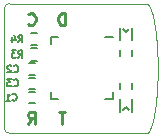
<source format=gbo>
G04 #@! TF.FileFunction,Legend,Bot*
%FSLAX46Y46*%
G04 Gerber Fmt 4.6, Leading zero omitted, Abs format (unit mm)*
G04 Created by KiCad (PCBNEW 4.0.7) date Fri Feb  2 17:45:02 2018*
%MOMM*%
%LPD*%
G01*
G04 APERTURE LIST*
%ADD10C,0.350000*%
%ADD11C,0.250000*%
%ADD12C,0.050000*%
%ADD13C,0.150000*%
G04 APERTURE END LIST*
D10*
D11*
X22161905Y-19827381D02*
X22161905Y-18827381D01*
X21923810Y-18827381D01*
X21780952Y-18875000D01*
X21685714Y-18970238D01*
X21638095Y-19065476D01*
X21590476Y-19255952D01*
X21590476Y-19398810D01*
X21638095Y-19589286D01*
X21685714Y-19684524D01*
X21780952Y-19779762D01*
X21923810Y-19827381D01*
X22161905Y-19827381D01*
X19040476Y-19732143D02*
X19088095Y-19779762D01*
X19230952Y-19827381D01*
X19326190Y-19827381D01*
X19469048Y-19779762D01*
X19564286Y-19684524D01*
X19611905Y-19589286D01*
X19659524Y-19398810D01*
X19659524Y-19255952D01*
X19611905Y-19065476D01*
X19564286Y-18970238D01*
X19469048Y-18875000D01*
X19326190Y-18827381D01*
X19230952Y-18827381D01*
X19088095Y-18875000D01*
X19040476Y-18922619D01*
X22185714Y-27177381D02*
X21614285Y-27177381D01*
X21900000Y-28177381D02*
X21900000Y-27177381D01*
X19040476Y-28177381D02*
X19373810Y-27701190D01*
X19611905Y-28177381D02*
X19611905Y-27177381D01*
X19230952Y-27177381D01*
X19135714Y-27225000D01*
X19088095Y-27272619D01*
X19040476Y-27367857D01*
X19040476Y-27510714D01*
X19088095Y-27605952D01*
X19135714Y-27653571D01*
X19230952Y-27701190D01*
X19611905Y-27701190D01*
D12*
X17450000Y-18000000D02*
G75*
G03X17000000Y-18470000I10000J-460000D01*
G01*
X17000000Y-28550000D02*
G75*
G03X17470000Y-29000000I460000J10000D01*
G01*
X17000000Y-18480000D02*
X17000000Y-28530000D01*
X29000000Y-18000000D02*
X17460000Y-18000000D01*
X17460000Y-29000000D02*
X29000000Y-29000000D01*
X30000000Y-23500000D02*
X30000000Y-23370000D01*
X30000000Y-23370000D02*
X30000000Y-23230000D01*
X30000000Y-23230000D02*
X30000000Y-23100000D01*
X30000000Y-23100000D02*
X30000000Y-22960000D01*
X30000000Y-22960000D02*
X29990000Y-22830000D01*
X29990000Y-22830000D02*
X29990000Y-22690000D01*
X29990000Y-22690000D02*
X29990000Y-22560000D01*
X29990000Y-22560000D02*
X29980000Y-22430000D01*
X29980000Y-22430000D02*
X29980000Y-22290000D01*
X29980000Y-22290000D02*
X29970000Y-22160000D01*
X29970000Y-22160000D02*
X29960000Y-22030000D01*
X29960000Y-22030000D02*
X29960000Y-21900000D01*
X29960000Y-21900000D02*
X29950000Y-21770000D01*
X29950000Y-21770000D02*
X29940000Y-21650000D01*
X29940000Y-21650000D02*
X29930000Y-21520000D01*
X29930000Y-21520000D02*
X29920000Y-21400000D01*
X29920000Y-21400000D02*
X29910000Y-21270000D01*
X29910000Y-21270000D02*
X29900000Y-21150000D01*
X29900000Y-21150000D02*
X29890000Y-21030000D01*
X29890000Y-21030000D02*
X29880000Y-20910000D01*
X29880000Y-20910000D02*
X29870000Y-20790000D01*
X29870000Y-20790000D02*
X29860000Y-20670000D01*
X29860000Y-20670000D02*
X29840000Y-20560000D01*
X29840000Y-20560000D02*
X29830000Y-20440000D01*
X29830000Y-20440000D02*
X29820000Y-20330000D01*
X29820000Y-20330000D02*
X29800000Y-20220000D01*
X29800000Y-20220000D02*
X29790000Y-20120000D01*
X29790000Y-20120000D02*
X29770000Y-20010000D01*
X29770000Y-20010000D02*
X29760000Y-19910000D01*
X29760000Y-19910000D02*
X29740000Y-19810000D01*
X29740000Y-19810000D02*
X29720000Y-19710000D01*
X29720000Y-19710000D02*
X29710000Y-19610000D01*
X29710000Y-19610000D02*
X29690000Y-19520000D01*
X29690000Y-19520000D02*
X29670000Y-19420000D01*
X29670000Y-19420000D02*
X29650000Y-19340000D01*
X29650000Y-19340000D02*
X29630000Y-19250000D01*
X29630000Y-19250000D02*
X29620000Y-19160000D01*
X29620000Y-19160000D02*
X29600000Y-19080000D01*
X29600000Y-19080000D02*
X29580000Y-19000000D01*
X29580000Y-19000000D02*
X29560000Y-18930000D01*
X29560000Y-18930000D02*
X29530000Y-18850000D01*
X29530000Y-18850000D02*
X29510000Y-18780000D01*
X29510000Y-18780000D02*
X29490000Y-18710000D01*
X29490000Y-18710000D02*
X29470000Y-18650000D01*
X29470000Y-18650000D02*
X29450000Y-18590000D01*
X29450000Y-18590000D02*
X29430000Y-18530000D01*
X29430000Y-18530000D02*
X29410000Y-18470000D01*
X29410000Y-18470000D02*
X29380000Y-18420000D01*
X29380000Y-18420000D02*
X29360000Y-18370000D01*
X29360000Y-18370000D02*
X29340000Y-18320000D01*
X29340000Y-18320000D02*
X29310000Y-18280000D01*
X29310000Y-18280000D02*
X29290000Y-18240000D01*
X29290000Y-18240000D02*
X29270000Y-18200000D01*
X29270000Y-18200000D02*
X29240000Y-18160000D01*
X29240000Y-18160000D02*
X29220000Y-18130000D01*
X29220000Y-18130000D02*
X29200000Y-18110000D01*
X29200000Y-18110000D02*
X29170000Y-18080000D01*
X29170000Y-18080000D02*
X29150000Y-18060000D01*
X29150000Y-18060000D02*
X29120000Y-18040000D01*
X29120000Y-18040000D02*
X29100000Y-18030000D01*
X29100000Y-18030000D02*
X29070000Y-18010000D01*
X29070000Y-18010000D02*
X29050000Y-18010000D01*
X29050000Y-18010000D02*
X29020000Y-18000000D01*
X29020000Y-18000000D02*
X29000000Y-18000000D01*
X29000000Y-29000000D02*
X29020000Y-29000000D01*
X29020000Y-29000000D02*
X29050000Y-28990000D01*
X29050000Y-28990000D02*
X29070000Y-28990000D01*
X29070000Y-28990000D02*
X29100000Y-28970000D01*
X29100000Y-28970000D02*
X29120000Y-28960000D01*
X29120000Y-28960000D02*
X29150000Y-28940000D01*
X29150000Y-28940000D02*
X29170000Y-28920000D01*
X29170000Y-28920000D02*
X29200000Y-28890000D01*
X29200000Y-28890000D02*
X29220000Y-28870000D01*
X29220000Y-28870000D02*
X29240000Y-28840000D01*
X29240000Y-28840000D02*
X29270000Y-28800000D01*
X29270000Y-28800000D02*
X29290000Y-28760000D01*
X29290000Y-28760000D02*
X29310000Y-28720000D01*
X29310000Y-28720000D02*
X29340000Y-28680000D01*
X29340000Y-28680000D02*
X29360000Y-28630000D01*
X29360000Y-28630000D02*
X29380000Y-28580000D01*
X29380000Y-28580000D02*
X29410000Y-28530000D01*
X29410000Y-28530000D02*
X29430000Y-28470000D01*
X29430000Y-28470000D02*
X29450000Y-28410000D01*
X29450000Y-28410000D02*
X29470000Y-28350000D01*
X29470000Y-28350000D02*
X29490000Y-28290000D01*
X29490000Y-28290000D02*
X29510000Y-28220000D01*
X29510000Y-28220000D02*
X29530000Y-28150000D01*
X29530000Y-28150000D02*
X29560000Y-28070000D01*
X29560000Y-28070000D02*
X29580000Y-28000000D01*
X29580000Y-28000000D02*
X29600000Y-27920000D01*
X29600000Y-27920000D02*
X29620000Y-27840000D01*
X29620000Y-27840000D02*
X29630000Y-27750000D01*
X29630000Y-27750000D02*
X29650000Y-27660000D01*
X29650000Y-27660000D02*
X29670000Y-27580000D01*
X29670000Y-27580000D02*
X29690000Y-27480000D01*
X29690000Y-27480000D02*
X29710000Y-27390000D01*
X29710000Y-27390000D02*
X29720000Y-27290000D01*
X29720000Y-27290000D02*
X29740000Y-27190000D01*
X29740000Y-27190000D02*
X29760000Y-27090000D01*
X29760000Y-27090000D02*
X29770000Y-26990000D01*
X29770000Y-26990000D02*
X29790000Y-26880000D01*
X29790000Y-26880000D02*
X29800000Y-26780000D01*
X29800000Y-26780000D02*
X29820000Y-26670000D01*
X29820000Y-26670000D02*
X29830000Y-26560000D01*
X29830000Y-26560000D02*
X29840000Y-26440000D01*
X29840000Y-26440000D02*
X29860000Y-26330000D01*
X29860000Y-26330000D02*
X29870000Y-26210000D01*
X29870000Y-26210000D02*
X29880000Y-26090000D01*
X29880000Y-26090000D02*
X29890000Y-25970000D01*
X29890000Y-25970000D02*
X29900000Y-25850000D01*
X29900000Y-25850000D02*
X29910000Y-25730000D01*
X29910000Y-25730000D02*
X29920000Y-25600000D01*
X29920000Y-25600000D02*
X29930000Y-25480000D01*
X29930000Y-25480000D02*
X29940000Y-25350000D01*
X29940000Y-25350000D02*
X29950000Y-25230000D01*
X29950000Y-25230000D02*
X29960000Y-25100000D01*
X29960000Y-25100000D02*
X29960000Y-24970000D01*
X29960000Y-24970000D02*
X29970000Y-24840000D01*
X29970000Y-24840000D02*
X29980000Y-24710000D01*
X29980000Y-24710000D02*
X29980000Y-24570000D01*
X29980000Y-24570000D02*
X29990000Y-24440000D01*
X29990000Y-24440000D02*
X29990000Y-24310000D01*
X29990000Y-24310000D02*
X29990000Y-24170000D01*
X29990000Y-24170000D02*
X30000000Y-24040000D01*
X30000000Y-24040000D02*
X30000000Y-23900000D01*
X30000000Y-23900000D02*
X30000000Y-23770000D01*
X30000000Y-23770000D02*
X30000000Y-23630000D01*
X30000000Y-23630000D02*
X30000000Y-23500000D01*
D13*
X27825000Y-24750000D02*
X27825000Y-25250000D01*
X26775000Y-25250000D02*
X26775000Y-24750000D01*
X27300000Y-20400000D02*
X27050000Y-20200000D01*
X27550000Y-20200000D02*
X27300000Y-20400000D01*
X27825000Y-20050000D02*
X27825000Y-21100000D01*
X26775000Y-20050000D02*
X26775000Y-21100000D01*
X19575000Y-26425000D02*
X19075000Y-26425000D01*
X19075000Y-25475000D02*
X19575000Y-25475000D01*
X19075000Y-23075000D02*
X19575000Y-23075000D01*
X19575000Y-24025000D02*
X19075000Y-24025000D01*
X19075000Y-24275000D02*
X19575000Y-24275000D01*
X19575000Y-25225000D02*
X19075000Y-25225000D01*
X27300000Y-26800000D02*
X27550000Y-27000000D01*
X27050000Y-27000000D02*
X27300000Y-26800000D01*
X26775000Y-27150000D02*
X26775000Y-26100000D01*
X27825000Y-27150000D02*
X27825000Y-26100000D01*
X27825000Y-21950000D02*
X27825000Y-22450000D01*
X26775000Y-22450000D02*
X26775000Y-21950000D01*
X19750000Y-22825000D02*
X19250000Y-22825000D01*
X19250000Y-21775000D02*
X19750000Y-21775000D01*
X19750000Y-21525000D02*
X19250000Y-21525000D01*
X19250000Y-20475000D02*
X19750000Y-20475000D01*
X20950000Y-20825000D02*
X20950000Y-21450000D01*
X26200000Y-26075000D02*
X26200000Y-25450000D01*
X20950000Y-26075000D02*
X20950000Y-25450000D01*
X26200000Y-20825000D02*
X25575000Y-20825000D01*
X26200000Y-26075000D02*
X25575000Y-26075000D01*
X20950000Y-26075000D02*
X21575000Y-26075000D01*
X20950000Y-20825000D02*
X21575000Y-20825000D01*
X17700000Y-26164286D02*
X17728571Y-26192857D01*
X17814285Y-26221429D01*
X17871428Y-26221429D01*
X17957143Y-26192857D01*
X18014285Y-26135714D01*
X18042857Y-26078571D01*
X18071428Y-25964286D01*
X18071428Y-25878571D01*
X18042857Y-25764286D01*
X18014285Y-25707143D01*
X17957143Y-25650000D01*
X17871428Y-25621429D01*
X17814285Y-25621429D01*
X17728571Y-25650000D01*
X17700000Y-25678571D01*
X17128571Y-26221429D02*
X17471428Y-26221429D01*
X17300000Y-26221429D02*
X17300000Y-25621429D01*
X17357143Y-25707143D01*
X17414285Y-25764286D01*
X17471428Y-25792857D01*
X17825000Y-23764286D02*
X17853571Y-23792857D01*
X17939285Y-23821429D01*
X17996428Y-23821429D01*
X18082143Y-23792857D01*
X18139285Y-23735714D01*
X18167857Y-23678571D01*
X18196428Y-23564286D01*
X18196428Y-23478571D01*
X18167857Y-23364286D01*
X18139285Y-23307143D01*
X18082143Y-23250000D01*
X17996428Y-23221429D01*
X17939285Y-23221429D01*
X17853571Y-23250000D01*
X17825000Y-23278571D01*
X17596428Y-23278571D02*
X17567857Y-23250000D01*
X17510714Y-23221429D01*
X17367857Y-23221429D01*
X17310714Y-23250000D01*
X17282143Y-23278571D01*
X17253571Y-23335714D01*
X17253571Y-23392857D01*
X17282143Y-23478571D01*
X17625000Y-23821429D01*
X17253571Y-23821429D01*
X17825000Y-24964286D02*
X17853571Y-24992857D01*
X17939285Y-25021429D01*
X17996428Y-25021429D01*
X18082143Y-24992857D01*
X18139285Y-24935714D01*
X18167857Y-24878571D01*
X18196428Y-24764286D01*
X18196428Y-24678571D01*
X18167857Y-24564286D01*
X18139285Y-24507143D01*
X18082143Y-24450000D01*
X17996428Y-24421429D01*
X17939285Y-24421429D01*
X17853571Y-24450000D01*
X17825000Y-24478571D01*
X17625000Y-24421429D02*
X17253571Y-24421429D01*
X17453571Y-24650000D01*
X17367857Y-24650000D01*
X17310714Y-24678571D01*
X17282143Y-24707143D01*
X17253571Y-24764286D01*
X17253571Y-24907143D01*
X17282143Y-24964286D01*
X17310714Y-24992857D01*
X17367857Y-25021429D01*
X17539285Y-25021429D01*
X17596428Y-24992857D01*
X17625000Y-24964286D01*
X18200000Y-22571429D02*
X18400000Y-22285714D01*
X18542857Y-22571429D02*
X18542857Y-21971429D01*
X18314285Y-21971429D01*
X18257143Y-22000000D01*
X18228571Y-22028571D01*
X18200000Y-22085714D01*
X18200000Y-22171429D01*
X18228571Y-22228571D01*
X18257143Y-22257143D01*
X18314285Y-22285714D01*
X18542857Y-22285714D01*
X18000000Y-21971429D02*
X17628571Y-21971429D01*
X17828571Y-22200000D01*
X17742857Y-22200000D01*
X17685714Y-22228571D01*
X17657143Y-22257143D01*
X17628571Y-22314286D01*
X17628571Y-22457143D01*
X17657143Y-22514286D01*
X17685714Y-22542857D01*
X17742857Y-22571429D01*
X17914285Y-22571429D01*
X17971428Y-22542857D01*
X18000000Y-22514286D01*
X18200000Y-21271429D02*
X18400000Y-20985714D01*
X18542857Y-21271429D02*
X18542857Y-20671429D01*
X18314285Y-20671429D01*
X18257143Y-20700000D01*
X18228571Y-20728571D01*
X18200000Y-20785714D01*
X18200000Y-20871429D01*
X18228571Y-20928571D01*
X18257143Y-20957143D01*
X18314285Y-20985714D01*
X18542857Y-20985714D01*
X17685714Y-20871429D02*
X17685714Y-21271429D01*
X17828571Y-20642857D02*
X17971428Y-21071429D01*
X17600000Y-21071429D01*
M02*

</source>
